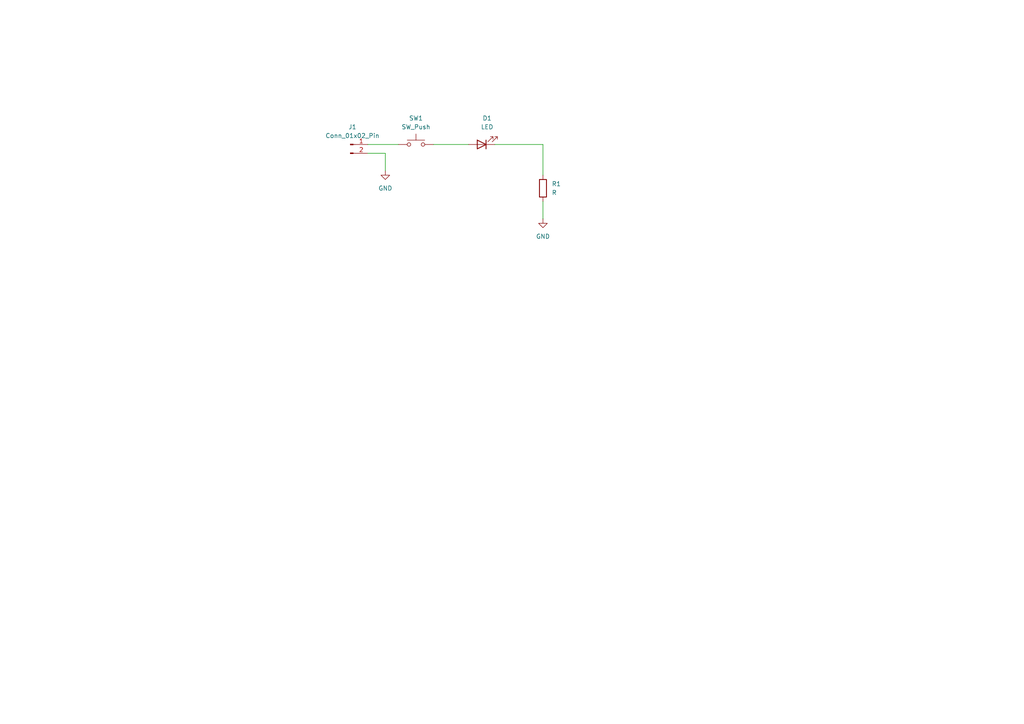
<source format=kicad_sch>
(kicad_sch (version 20250114) (generator "eeschema") (generator_version "9.0")
  (paper "A4")
  (title_block (title "project0") (date "2025-08-20") (rev "1") (company "EEE"))
  (lib_symbols
    (symbol "Connector:Conn_01x02_Pin" (pin_names (offset 1.016) (hide yes))
      (property "Reference" "J" (at 0 2.54 0))
      (property "Value" "Conn_01x02_Pin" (at 0 -5.08 0))
      (symbol "Conn_01x02_Pin_1_1"
        (rectangle (start 0.8636 0.127) (end 0 -0.127) (stroke (width 0.1524)) (fill (type outline)))
        (rectangle (start 0.8636 -2.413) (end 0 -2.667) (stroke (width 0.1524)) (fill (type outline)))
        (polyline (pts (xy 1.27 0) (xy 0.8636 0)) (stroke (width 0.1524)))
        (polyline (pts (xy 1.27 -2.54) (xy 0.8636 -2.54)) (stroke (width 0.1524)))
        (pin passive line (at 5.08 0 180) (length 3.81) (name "Pin_1") (number "1"))
        (pin passive line (at 5.08 -2.54 180) (length 3.81) (name "Pin_2") (number "2"))
      )
    )
    (symbol "Device:LED" (pin_numbers (hide yes)) (pin_names (offset 1.016) (hide yes))
      (property "Reference" "D" (at 0 2.54 0))
      (property "Value" "LED" (at 0 -2.54 0))
      (symbol "LED_0_1"
        (polyline (pts (xy -3.048 -0.762) (xy -4.572 -2.286) (xy -3.81 -2.286) (xy -4.572 -2.286) (xy -4.572 -1.524)))
        (polyline (pts (xy -1.778 -0.762) (xy -3.302 -2.286) (xy -2.54 -2.286) (xy -3.302 -2.286) (xy -3.302 -1.524)))
        (polyline (pts (xy -1.27 0) (xy 1.27 0)))
        (polyline (pts (xy -1.27 -1.27) (xy -1.27 1.27)) (stroke (width 0.254)))
        (polyline (pts (xy 1.27 -1.27) (xy 1.27 1.27) (xy -1.27 0) (xy 1.27 -1.27)) (stroke (width 0.254)))
      )
      (symbol "LED_1_1"
        (pin passive line (at -3.81 0 0) (length 2.54) (name "K") (number "1"))
        (pin passive line (at 3.81 0 180) (length 2.54) (name "A") (number "2"))
      )
    )
    (symbol "Device:R" (pin_numbers (hide yes)) (pin_names (offset 0))
      (property "Reference" "R" (at 2.032 0 90))
      (property "Value" "R" (at 0 0 90))
      (symbol "R_0_1"
        (rectangle (start -1.016 -2.54) (end 1.016 2.54) (stroke (width 0.254)))
      )
      (symbol "R_1_1"
        (pin passive line (at 0 3.81 270) (length 1.27) (name "~") (number "1"))
        (pin passive line (at 0 -3.81 90) (length 1.27) (name "~") (number "2"))
      )
    )
    (symbol "Switch:SW_Push" (pin_numbers (hide yes)) (pin_names (offset 1.016) (hide yes))
      (property "Reference" "SW" (at 1.27 2.54 0))
      (property "Value" "SW_Push" (at 0 -1.524 0))
      (symbol "SW_Push_0_1"
        (circle (center -2.032 0) (radius 0.508))
        (polyline (pts (xy 0 1.27) (xy 0 3.048)))
        (circle (center 2.032 0) (radius 0.508))
        (polyline (pts (xy 2.54 1.27) (xy -2.54 1.27)))
        (pin passive line (at -5.08 0 0) (length 2.54) (name "1") (number "1"))
        (pin passive line (at 5.08 0 180) (length 2.54) (name "2") (number "2"))
      )
    )
    (symbol "power:GND" (power) (pin_numbers (hide yes)) (pin_names (offset 0) (hide yes))
      (property "Value" "GND" (at 0 -3.81 0))
      (symbol "GND_0_1"
        (polyline (pts (xy 0 0) (xy 0 -1.27) (xy 1.27 -1.27) (xy 0 -2.54) (xy -1.27 -1.27) (xy 0 -1.27)))
      )
      (symbol "GND_1_1"
        (pin power_in line (at 0 0 270) (length 0) (name "~") (number "1"))
      )
    )
  )
  (wire (pts (xy 125.73 41.91) (xy 135.89 41.91)))
  (wire (pts (xy 106.68 44.45) (xy 111.76 44.45)))
  (wire (pts (xy 106.68 41.91) (xy 115.57 41.91)))
  (wire (pts (xy 143.51 41.91) (xy 157.48 41.91)))
  (wire (pts (xy 111.76 44.45) (xy 111.76 49.53)))
  (wire (pts (xy 157.48 41.91) (xy 157.48 50.8)))
  (wire (pts (xy 157.48 58.42) (xy 157.48 63.5)))
  (symbol (lib_id "Device:R") (at 157.48 54.61 0) (unit 1)
    (property "Reference" "R1" (at 160.02 53.3399 0) (effects (justify left)))
    (property "Value" "R" (at 160.02 55.8799 0) (effects (justify left)))
    (property "Description" "Resistor" (effects (hide yes)))
  )
  (symbol (lib_id "Device:LED") (at 139.7 41.91 180) (unit 1)
    (property "Reference" "D1" (at 141.2875 34.29 0))
    (property "Value" "LED" (at 141.2875 36.83 0))
    (property "Description" "Light emitting diode" (effects (hide yes)))
    (property "Sim.Pins" "1=K 2=A" (effects (hide yes)))
  )
  (symbol (lib_id "Connector:Conn_01x02_Pin") (at 101.6 41.91 0) (unit 1)
    (property "Reference" "J1" (at 102.235 36.83 0))
    (property "Value" "Conn_01x02_Pin" (at 102.235 39.37 0))
    (property "Description" "Generic connector, single row, 01x02, script generated" (effects (hide yes)))
  )
  (symbol (lib_id "power:GND") (at 111.76 49.53 0) (unit 1)
    (property "Reference" "#PWR02" (effects (hide yes)))
    (property "Value" "GND" (at 111.76 54.61 0))
    (property "Description" "Power symbol creates a global label with name \"GND\" , ground" (effects (hide yes)))
  )
  (symbol (lib_id "Switch:SW_Push") (at 120.65 41.91 0) (unit 1)
    (property "Reference" "SW1" (at 120.65 34.29 0))
    (property "Value" "SW_Push" (at 120.65 36.83 0))
    (property "Description" "Push button switch, generic, two pins" (effects (hide yes)))
  )
  (symbol (lib_id "power:GND") (at 157.48 63.5 0) (unit 1)
    (property "Reference" "#PWR01" (effects (hide yes)))
    (property "Value" "GND" (at 157.48 68.58 0))
    (property "Description" "Power symbol creates a global label with name \"GND\" , ground" (effects (hide yes)))
  )
)
</source>
